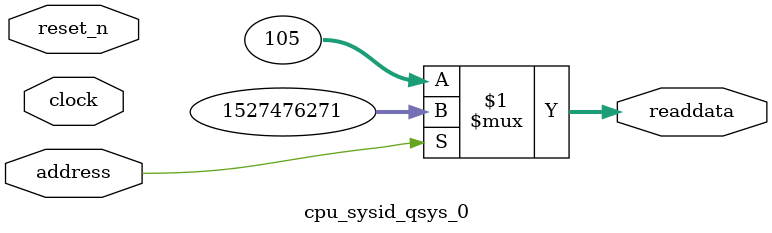
<source format=v>



// synthesis translate_off
`timescale 1ns / 1ps
// synthesis translate_on

// turn off superfluous verilog processor warnings 
// altera message_level Level1 
// altera message_off 10034 10035 10036 10037 10230 10240 10030 

module cpu_sysid_qsys_0 (
               // inputs:
                address,
                clock,
                reset_n,

               // outputs:
                readdata
             )
;

  output  [ 31: 0] readdata;
  input            address;
  input            clock;
  input            reset_n;

  wire    [ 31: 0] readdata;
  //control_slave, which is an e_avalon_slave
  assign readdata = address ? 1527476271 : 105;

endmodule



</source>
